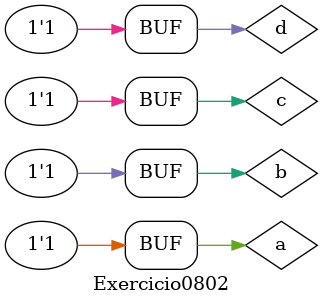
<source format=v>


 module circuito (s, a, b, c, d);
 output s;
 input  a, b, c, d;
 wire w0, w1, w2, w3, w4, w7, w8;
 
 not NOT1 (w0, a);
 not NOT2 (w1, b);
 not NOT3 (w2, c);
 not NOT4 (w3, d);
 and  AND1 (w4, a, w1, w2);
 and  AND2 (w5, w0, w1, w3);
 and  AND3 (w6, w0, w2, w3);
 and  AND4 (w7, a, w1, d);
and  AND5 (w8, a, w2, d); 
or  OR1(s, w4, w5, w6, w7, w8);
    
 endmodule // circuito 

// ----------------------
// -- Exercicio0802
// ----------------------

 module Exercicio0802;
 reg   a, b, c, d;
 wire  s;
          // instancia
 circuito circuito02 (s, a, b, c,d);
 
          // parte principal
 initial begin
      $display("Exercicio0802");
      $display("Luiz Felipe Fonseca - 405817");
      $display("\na  b  c  d  =  s\n");
      $monitor("%b  %b  %b  %b  =  %b", a, b, c, d, s );   
	   a=0;b=0;c=0;d=0;
   #1 a=0;b=0;c=0;d=1;
   #1 a=0;b=0;c=1;d=0;
   #1 a=0;b=0;c=1;d=1;
   #1 a=0;b=1;c=0;d=0;
   #1 a=0;b=1;c=0;d=1;
   #1 a=0;b=1;c=1;d=0;
   #1 a=0;b=1;c=1;d=1;
   #1 a=1;b=0;c=0;d=0;
   #1 a=1;b=0;c=0;d=1;
   #1 a=1;b=0;c=1;d=0;
   #1 a=1;b=0;c=1;d=1;
   #1 a=1;b=1;c=0;d=0;
   #1 a=1;b=1;c=0;d=1;
   #1 a=1;b=1;c=1;d=0;
   #1 a=1;b=1;c=1;d=1;
     

 end

endmodule // Exercicio0802

</source>
